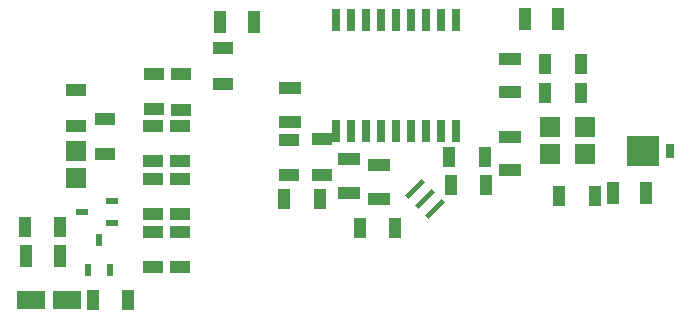
<source format=gbp>
G04*
G04 #@! TF.GenerationSoftware,Altium Limited,Altium Designer,19.0.10 (269)*
G04*
G04 Layer_Color=128*
%FSLAX25Y25*%
%MOIN*%
G70*
G01*
G75*
%ADD17R,0.04134X0.07087*%
%ADD18R,0.07362X0.04055*%
%ADD19R,0.07087X0.04134*%
%ADD20R,0.04055X0.07362*%
%ADD21R,0.06890X0.06693*%
%ADD49R,0.09449X0.06102*%
%ADD50R,0.02362X0.03937*%
%ADD51R,0.03937X0.02362*%
%ADD52R,0.10512X0.10000*%
%ADD53R,0.03000X0.05000*%
%ADD54R,0.02559X0.07284*%
G04:AMPARAMS|DCode=55|XSize=78.74mil|YSize=15.75mil|CornerRadius=0mil|HoleSize=0mil|Usage=FLASHONLY|Rotation=45.000|XOffset=0mil|YOffset=0mil|HoleType=Round|Shape=Rectangle|*
%AMROTATEDRECTD55*
4,1,4,-0.02227,-0.03341,-0.03341,-0.02227,0.02227,0.03341,0.03341,0.02227,-0.02227,-0.03341,0.0*
%
%ADD55ROTATEDRECTD55*%

D17*
X207858Y231630D02*
D03*
X219669D02*
D03*
X197102Y255731D02*
D03*
X185291D02*
D03*
X363429Y266379D02*
D03*
X375240D02*
D03*
X358704Y300533D02*
D03*
X370515D02*
D03*
X358704Y310375D02*
D03*
X370515D02*
D03*
X296795Y255651D02*
D03*
X308606D02*
D03*
X327208Y269923D02*
D03*
X339019D02*
D03*
X326716Y279076D02*
D03*
X338527D02*
D03*
X283507Y265100D02*
D03*
X271696Y265100D02*
D03*
D18*
X346893Y286045D02*
D03*
Y274864D02*
D03*
Y312029D02*
D03*
Y300848D02*
D03*
X273665Y291005D02*
D03*
Y302186D02*
D03*
X293350Y267383D02*
D03*
Y278564D02*
D03*
X303389Y276399D02*
D03*
Y265218D02*
D03*
D19*
X211992Y280139D02*
D03*
Y291950D02*
D03*
X202346Y301419D02*
D03*
Y289608D02*
D03*
X227928Y271933D02*
D03*
Y260122D02*
D03*
X237128Y306849D02*
D03*
Y295038D02*
D03*
X237028Y289549D02*
D03*
Y277738D02*
D03*
Y271949D02*
D03*
Y260138D02*
D03*
X236928Y254349D02*
D03*
Y242538D02*
D03*
X228137Y306949D02*
D03*
Y295138D02*
D03*
X228028Y289649D02*
D03*
Y277838D02*
D03*
X227828Y254349D02*
D03*
Y242538D02*
D03*
X284187Y285178D02*
D03*
Y273368D02*
D03*
X273163Y284982D02*
D03*
Y273171D02*
D03*
X251284Y315395D02*
D03*
Y303584D02*
D03*
D20*
X196787Y246282D02*
D03*
X185606D02*
D03*
X261539Y324155D02*
D03*
X250358D02*
D03*
X351933Y325336D02*
D03*
X363114D02*
D03*
X392444Y267068D02*
D03*
X381263D02*
D03*
D21*
X202346Y281206D02*
D03*
Y272151D02*
D03*
X360279Y280257D02*
D03*
Y289312D02*
D03*
X372090Y280257D02*
D03*
Y289312D02*
D03*
D49*
X187161Y231630D02*
D03*
X199169D02*
D03*
D50*
X210023Y251688D02*
D03*
X213763Y241452D02*
D03*
X206283D02*
D03*
D51*
X204174Y260940D02*
D03*
X214411Y264681D02*
D03*
Y257200D02*
D03*
D52*
X391132Y281206D02*
D03*
D53*
X400388D02*
D03*
D54*
X289098Y288033D02*
D03*
X294098D02*
D03*
X299098D02*
D03*
X304098D02*
D03*
X309098D02*
D03*
X314098D02*
D03*
X319098D02*
D03*
X324098D02*
D03*
X329098D02*
D03*
Y324844D02*
D03*
X324098D02*
D03*
X319098D02*
D03*
X314098D02*
D03*
X309098D02*
D03*
X304098D02*
D03*
X299098D02*
D03*
X294098D02*
D03*
X289098D02*
D03*
D55*
X315409Y268632D02*
D03*
X318749Y265291D02*
D03*
X322090Y261950D02*
D03*
M02*

</source>
